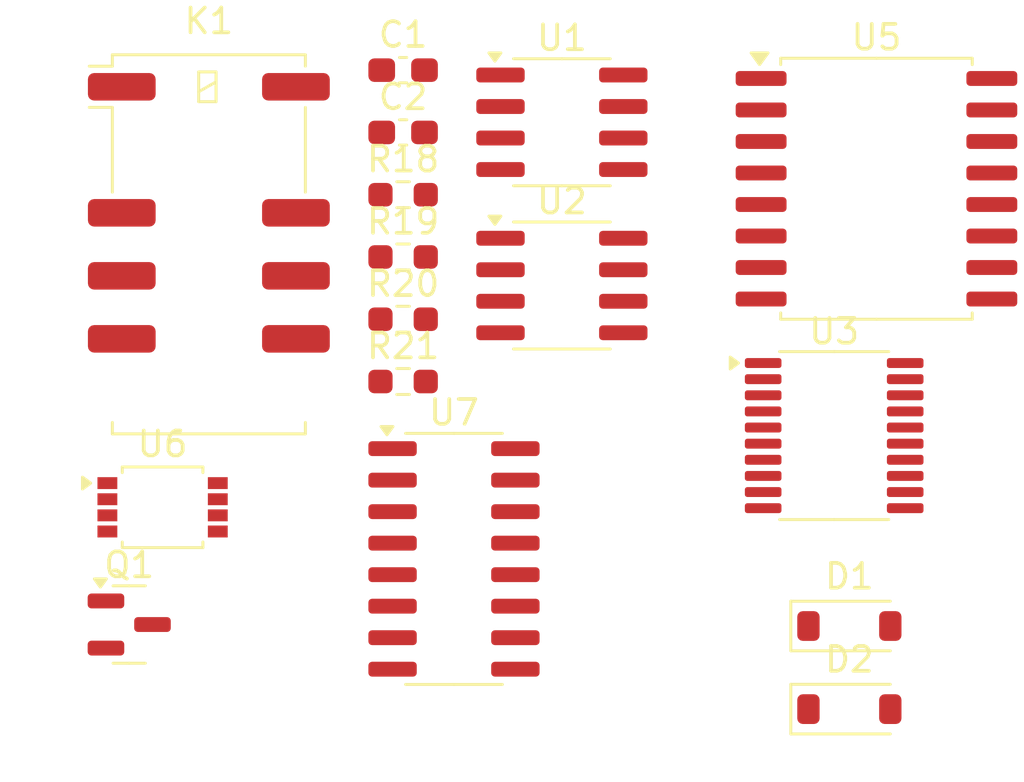
<source format=kicad_pcb>
(kicad_pcb (version 20240108) (generator "pcbnew") (generator_version "8.0")
  (layers (0 "F.Cu" signal) (31 "B.Cu" signal) (34 "B.Paste" user) (35 "F.Paste" user) (36 "B.SilkS" user "B.Silkscreen") (37 "F.SilkS" user "F.Silkscreen") (38 "B.Mask" user) (39 "F.Mask" user) (44 "Edge.Cuts" user))
  (net 0 "")
  (net 1 "Net-(U6A-+)")
  (net 2 "INPUT-")
  (net 3 "Net-(U6B-+)")
  (net 4 "Net-(U6A--)")
  (net 5 "Net-(K1-Pad12)")
  (net 6 "Net-(K1-Pad5)")
  (net 8 "+3.3V")
  (net 9 "Net-(K1-Pad3)")
  (net 10 "Net-(U2A-+)")
  (net 11 "Net-(K1-Pad10)")
  (net 12 "Net-(Q1-D)")
  (net 13 "Net-(Q1-G)")
  (net 14 "Net-(U2A--)")
  (net 15 "1.5V_ref")
  (net 18 "/Digital section/ADC+")
  (net 22 "Net-(U2B-+)")
  (net 23 "+15V")
  (net 24 "-15V")
  (net 26 "Net-(U3-SDO)")
  (net 28 "Net-(U3-SCK)")
  (net 31 "Net-(U3-SDI)")
  (net 33 "/Digital section/3V_ref")
  (net 36 "/Digital section/~{CS}")
  (net 52 "Net-(U6B--)")
  (net 53 "/Digital section/GAIN2")
  (net 55 "Net-(U7-X2)")
  (net 56 "Net-(U7-X3)")
  (net 58 "/Digital section/GAIN0")
  (net 59 "/Digital section/GAIN1")
  (net 60 "Net-(U7-X1)")
  (net 61 "Net-(U7-X4)")
  (net 62 "Net-(U7-X5)")
  (net 63 "Net-(D1-A)")
  (net 64 "Net-(D2-A)")
  (footprint "Package_SO:SOIC-16_3.9x9.9mm_P1.27mm" (layer "F.Cu") (at 122.9125 76.645)
    (property "Reference" "U7" (at 0 -5.9 0) (layer "F.SilkS"))
    (property "Value" "CD4051B")
    (fp_line (start 0 -5.06) (end -1.95 -5.06) (stroke (width 0.12)) (layer "F.SilkS"))
    (fp_line (start 0 -5.06) (end 1.95 -5.06) (stroke (width 0.12)) (layer "F.SilkS"))
    (fp_line (start 0 5.06) (end -1.95 5.06) (stroke (width 0.12)) (layer "F.SilkS"))
    (fp_line (start 0 5.06) (end 1.95 5.06) (stroke (width 0.12)) (layer "F.SilkS"))
    (fp_poly (pts (xy -2.7 -5.005) (xy -2.94 -5.335) (xy -2.46 -5.335) (xy -2.7 -5.005)) (stroke (width 0.12)) (fill solid) (layer "F.SilkS"))
    (pad "1" smd roundrect (at -2.475 -4.445) (size 1.95 0.6) (layers "F.Cu" "F.Paste" "F.Mask") (net 61 "Net-(U7-X4)"))
    (pad "2" smd roundrect (at -2.475 -3.175) (size 1.95 0.6) (layers "F.Cu" "F.Paste" "F.Mask"))
    (pad "3" smd roundrect (at -2.475 -1.905) (size 1.95 0.6) (layers "F.Cu" "F.Paste" "F.Mask") (net 52 "Net-(U6B--)"))
    (pad "4" smd roundrect (at -2.475 -0.635) (size 1.95 0.6) (layers "F.Cu" "F.Paste" "F.Mask"))
    (pad "5" smd roundrect (at -2.475 0.635) (size 1.95 0.6) (layers "F.Cu" "F.Paste" "F.Mask") (net 62 "Net-(U7-X5)"))
    (pad "6" smd roundrect (at -2.475 1.905) (size 1.95 0.6) (layers "F.Cu" "F.Paste" "F.Mask") (net 2 "INPUT-"))
    (pad "7" smd roundrect (at -2.475 3.175) (size 1.95 0.6) (layers "F.Cu" "F.Paste" "F.Mask") (net 2 "INPUT-"))
    (pad "8" smd roundrect (at -2.475 4.445) (size 1.95 0.6) (layers "F.Cu" "F.Paste" "F.Mask") (net 2 "INPUT-"))
    (pad "9" smd roundrect (at 2.475 4.445) (size 1.95 0.6) (layers "F.Cu" "F.Paste" "F.Mask") (net 53 "/Digital section/GAIN2"))
    (pad "10" smd roundrect (at 2.475 3.175) (size 1.95 0.6) (layers "F.Cu" "F.Paste" "F.Mask") (net 59 "/Digital section/GAIN1"))
    (pad "11" smd roundrect (at 2.475 1.905) (size 1.95 0.6) (layers "F.Cu" "F.Paste" "F.Mask") (net 58 "/Digital section/GAIN0"))
    (pad "12" smd roundrect (at 2.475 0.635) (size 1.95 0.6) (layers "F.Cu" "F.Paste" "F.Mask") (net 56 "Net-(U7-X3)"))
    (pad "13" smd roundrect (at 2.475 -0.635) (size 1.95 0.6) (layers "F.Cu" "F.Paste" "F.Mask") (net 33 "/Digital section/3V_ref"))
    (pad "14" smd roundrect (at 2.475 -1.905) (size 1.95 0.6) (layers "F.Cu" "F.Paste" "F.Mask") (net 60 "Net-(U7-X1)"))
    (pad "15" smd roundrect (at 2.475 -3.175) (size 1.95 0.6) (layers "F.Cu" "F.Paste" "F.Mask") (net 55 "Net-(U7-X2)"))
    (pad "16" smd roundrect (at 2.475 -4.445) (size 1.95 0.6) (layers "F.Cu" "F.Paste" "F.Mask") (net 8 "+3.3V"))
  )
  (footprint "Diode_SMD:D_SOD-123" (layer "F.Cu") (at 138.85 79.35)
    (property "Reference" "D1" (at 0 -2 0) (layer "F.SilkS"))
    (property "Value" "1N4148W")
    (fp_line (start -2.36 -1) (end -2.36 1) (stroke (width 0.12)) (layer "F.SilkS"))
    (fp_line (start -2.36 -1) (end 1.65 -1) (stroke (width 0.12)) (layer "F.SilkS"))
    (fp_line (start -2.36 1) (end 1.65 1) (stroke (width 0.12)) (layer "F.SilkS"))
    (pad "1" smd roundrect (at -1.65 0) (size 0.9 1.2) (layers "F.Cu" "F.Paste" "F.Mask") (net 23 "+15V"))
    (pad "2" smd roundrect (at 1.65 0) (size 0.9 1.2) (layers "F.Cu" "F.Paste" "F.Mask") (net 63 "Net-(D1-A)"))
  )
  (footprint "Resistor_SMD:R_0603_1608Metric_Pad0.98x0.95mm_HandSolder" (layer "F.Cu") (at 120.8625 61.965)
    (property "Reference" "R18" (at 0 -1.43 0) (layer "F.SilkS"))
    (property "Value" "8k")
    (fp_line (start -0.254724 -0.5225) (end 0.254724 -0.5225) (stroke (width 0.12)) (layer "F.SilkS"))
    (fp_line (start -0.254724 0.5225) (end 0.254724 0.5225) (stroke (width 0.12)) (layer "F.SilkS"))
    (pad "1" smd roundrect (at -0.9125 0) (size 0.975 0.95) (layers "F.Cu" "F.Paste" "F.Mask") (net 1 "Net-(U6A-+)"))
    (pad "2" smd roundrect (at 0.9125 0) (size 0.975 0.95) (layers "F.Cu" "F.Paste" "F.Mask") (net 14 "Net-(U2A--)"))
  )
  (footprint "Capacitor_SMD:C_0603_1608Metric_Pad1.08x0.95mm_HandSolder" (layer "F.Cu") (at 120.8625 56.945)
    (property "Reference" "C1" (at 0 -1.43 0) (layer "F.SilkS"))
    (property "Value" "100n")
    (fp_line (start -0.146267 -0.51) (end 0.146267 -0.51) (stroke (width 0.12)) (layer "F.SilkS"))
    (fp_line (start -0.146267 0.51) (end 0.146267 0.51) (stroke (width 0.12)) (layer "F.SilkS"))
    (pad "1" smd roundrect (at -0.8625 0) (size 1.075 0.95) (layers "F.Cu" "F.Paste" "F.Mask") (net 2 "INPUT-"))
    (pad "2" smd roundrect (at 0.8625 0) (size 1.075 0.95) (layers "F.Cu" "F.Paste" "F.Mask") (net 1 "Net-(U6A-+)"))
  )
  (footprint "Resistor_SMD:R_0603_1608Metric_Pad0.98x0.95mm_HandSolder" (layer "F.Cu") (at 120.8625 64.475)
    (property "Reference" "R19" (at 0 -1.43 0) (layer "F.SilkS"))
    (property "Value" "8k")
    (fp_line (start -0.254724 -0.5225) (end 0.254724 -0.5225) (stroke (width 0.12)) (layer "F.SilkS"))
    (fp_line (start -0.254724 0.5225) (end 0.254724 0.5225) (stroke (width 0.12)) (layer "F.SilkS"))
    (pad "1" smd roundrect (at -0.9125 0) (size 0.975 0.95) (layers "F.Cu" "F.Paste" "F.Mask") (net 4 "Net-(U6A--)"))
    (pad "2" smd roundrect (at 0.9125 0) (size 0.975 0.95) (layers "F.Cu" "F.Paste" "F.Mask") (net 15 "1.5V_ref"))
  )
  (footprint "Diode_SMD:D_SOD-123" (layer "F.Cu") (at 138.85 82.7)
    (property "Reference" "D2" (at 0 -2 0) (layer "F.SilkS"))
    (property "Value" "1N4148W")
    (fp_line (start -2.36 -1) (end -2.36 1) (stroke (width 0.12)) (layer "F.SilkS"))
    (fp_line (start -2.36 -1) (end 1.65 -1) (stroke (width 0.12)) (layer "F.SilkS"))
    (fp_line (start -2.36 1) (end 1.65 1) (stroke (width 0.12)) (layer "F.SilkS"))
    (pad "1" smd roundrect (at -1.65 0) (size 0.9 1.2) (layers "F.Cu" "F.Paste" "F.Mask") (net 24 "-15V"))
    (pad "2" smd roundrect (at 1.65 0) (size 0.9 1.2) (layers "F.Cu" "F.Paste" "F.Mask") (net 64 "Net-(D2-A)"))
  )
  (footprint "Package_SO:SOIC-8_3.9x4.9mm_P1.27mm" (layer "F.Cu") (at 127.2625 65.625)
    (property "Reference" "U2" (at 0 -3.4 0) (layer "F.SilkS"))
    (property "Value" "TL072")
    (fp_line (start 0 -2.56) (end -1.95 -2.56) (stroke (width 0.12)) (layer "F.SilkS"))
    (fp_line (start 0 -2.56) (end 1.95 -2.56) (stroke (width 0.12)) (layer "F.SilkS"))
    (fp_line (start 0 2.56) (end -1.95 2.56) (stroke (width 0.12)) (layer "F.SilkS"))
    (fp_line (start 0 2.56) (end 1.95 2.56) (stroke (width 0.12)) (layer "F.SilkS"))
    (fp_poly (pts (xy -2.7 -2.465) (xy -2.94 -2.795) (xy -2.46 -2.795) (xy -2.7 -2.465)) (stroke (width 0.12)) (fill solid) (layer "F.SilkS"))
    (pad "1" smd roundrect (at -2.475 -1.905) (size 1.95 0.6) (layers "F.Cu" "F.Paste" "F.Mask") (net 14 "Net-(U2A--)"))
    (pad "2" smd roundrect (at -2.475 -0.635) (size 1.95 0.6) (layers "F.Cu" "F.Paste" "F.Mask") (net 14 "Net-(U2A--)"))
    (pad "3" smd roundrect (at -2.475 0.635) (size 1.95 0.6) (layers "F.Cu" "F.Paste" "F.Mask") (net 10 "Net-(U2A-+)"))
    (pad "4" smd roundrect (at -2.475 1.905) (size 1.95 0.6) (layers "F.Cu" "F.Paste" "F.Mask") (net 24 "-15V"))
    (pad "5" smd roundrect (at 2.475 1.905) (size 1.95 0.6) (layers "F.Cu" "F.Paste" "F.Mask") (net 22 "Net-(U2B-+)"))
    (pad "6" smd roundrect (at 2.475 0.635) (size 1.95 0.6) (layers "F.Cu" "F.Paste" "F.Mask") (net 15 "1.5V_ref"))
    (pad "7" smd roundrect (at 2.475 -0.635) (size 1.95 0.6) (layers "F.Cu" "F.Paste" "F.Mask") (net 15 "1.5V_ref"))
    (pad "8" smd roundrect (at 2.475 -1.905) (size 1.95 0.6) (layers "F.Cu" "F.Paste" "F.Mask") (net 23 "+15V"))
  )
  (footprint "Resistor_SMD:R_0603_1608Metric_Pad0.98x0.95mm_HandSolder" (layer "F.Cu") (at 120.8625 66.985)
    (property "Reference" "R20" (at 0 -1.43 0) (layer "F.SilkS"))
    (property "Value" "1k")
    (fp_line (start -0.254724 -0.5225) (end 0.254724 -0.5225) (stroke (width 0.12)) (layer "F.SilkS"))
    (fp_line (start -0.254724 0.5225) (end 0.254724 0.5225) (stroke (width 0.12)) (layer "F.SilkS"))
    (pad "1" smd roundrect (at -0.9125 0) (size 0.975 0.95) (layers "F.Cu" "F.Paste" "F.Mask") (net 2 "INPUT-"))
    (pad "2" smd roundrect (at 0.9125 0) (size 0.975 0.95) (layers "F.Cu" "F.Paste" "F.Mask") (net 1 "Net-(U6A-+)"))
  )
  (footprint "Package_SO:SOIC-16W_7.5x10.3mm_P1.27mm" (layer "F.Cu") (at 139.9425 61.725)
    (property "Reference" "U5" (at 0 -6.1 0) (layer "F.SilkS"))
    (property "Value" "ISO7762FDW")
    (fp_line (start -3.86 -5.26) (end -3.86 -5.005) (stroke (width 0.12)) (layer "F.SilkS"))
    (fp_line (start -3.86 5.26) (end -3.86 5.005) (stroke (width 0.12)) (layer "F.SilkS"))
    (fp_line (start 0 -5.26) (end -3.86 -5.26) (stroke (width 0.12)) (layer "F.SilkS"))
    (fp_line (start 0 -5.26) (end 3.86 -5.26) (stroke (width 0.12)) (layer "F.SilkS"))
    (fp_line (start 0 5.26) (end -3.86 5.26) (stroke (width 0.12)) (layer "F.SilkS"))
    (fp_line (start 0 5.26) (end 3.86 5.26) (stroke (width 0.12)) (layer "F.SilkS"))
    (fp_line (start 3.86 -5.26) (end 3.86 -5.005) (stroke (width 0.12)) (layer "F.SilkS"))
    (fp_line (start 3.86 5.26) (end 3.86 5.005) (stroke (width 0.12)) (layer "F.SilkS"))
    (fp_poly (pts (xy -4.7125 -5.005) (xy -5.0525 -5.475) (xy -4.3725 -5.475) (xy -4.7125 -5.005)) (stroke (width 0.12)) (fill solid) (layer "F.SilkS"))
    (pad "1" smd roundrect (at -4.65 -4.445) (size 2.05 0.6) (layers "F.Cu" "F.Paste" "F.Mask"))
    (pad "2" smd roundrect (at -4.65 -3.175) (size 2.05 0.6) (layers "F.Cu" "F.Paste" "F.Mask"))
    (pad "3" smd roundrect (at -4.65 -1.905) (size 2.05 0.6) (layers "F.Cu" "F.Paste" "F.Mask"))
    (pad "4" smd roundrect (at -4.65 -0.635) (size 2.05 0.6) (layers "F.Cu" "F.Paste" "F.Mask"))
    (pad "5" smd roundrect (at -4.65 0.635) (size 2.05 0.6) (layers "F.Cu" "F.Paste" "F.Mask"))
    (pad "6" smd roundrect (at -4.65 1.905) (size 2.05 0.6) (layers "F.Cu" "F.Paste" "F.Mask"))
    (pad "7" smd roundrect (at -4.65 3.175) (size 2.05 0.6) (layers "F.Cu" "F.Paste" "F.Mask"))
    (pad "8" smd roundrect (at -4.65 4.445) (size 2.05 0.6) (layers "F.Cu" "F.Paste" "F.Mask"))
    (pad "9" smd roundrect (at 4.65 4.445) (size 2.05 0.6) (layers "F.Cu" "F.Paste" "F.Mask") (net 2 "INPUT-"))
    (pad "10" smd roundrect (at 4.65 3.175) (size 2.05 0.6) (layers "F.Cu" "F.Paste" "F.Mask"))
    (pad "11" smd roundrect (at 4.65 1.905) (size 2.05 0.6) (layers "F.Cu" "F.Paste" "F.Mask"))
    (pad "12" smd roundrect (at 4.65 0.635) (size 2.05 0.6) (layers "F.Cu" "F.Paste" "F.Mask"))
    (pad "13" smd roundrect (at 4.65 -0.635) (size 2.05 0.6) (layers "F.Cu" "F.Paste" "F.Mask"))
    (pad "14" smd roundrect (at 4.65 -1.905) (size 2.05 0.6) (layers "F.Cu" "F.Paste" "F.Mask"))
    (pad "15" smd roundrect (at 4.65 -3.175) (size 2.05 0.6) (layers "F.Cu" "F.Paste" "F.Mask"))
    (pad "16" smd roundrect (at 4.65 -4.445) (size 2.05 0.6) (layers "F.Cu" "F.Paste" "F.Mask") (net 8 "+3.3V"))
  )
  (footprint "Package_TO_SOT_SMD:SOT-23" (layer "F.Cu") (at 109.8225 79.29)
    (property "Reference" "Q1" (at 0 -2.4 0) (layer "F.SilkS"))
    (property "Value" "2N7002")
    (fp_line (start 0 -1.56) (end -0.65 -1.56) (stroke (width 0.12)) (layer "F.SilkS"))
    (fp_line (start 0 -1.56) (end 0.65 -1.56) (stroke (width 0.12)) (layer "F.SilkS"))
    (fp_line (start 0 1.56) (end -0.65 1.56) (stroke (width 0.12)) (layer "F.SilkS"))
    (fp_line (start 0 1.56) (end 0.65 1.56) (stroke (width 0.12)) (layer "F.SilkS"))
    (fp_poly (pts (xy -1.1625 -1.51) (xy -1.4025 -1.84) (xy -0.9225 -1.84) (xy -1.1625 -1.51)) (stroke (width 0.12)) (fill solid) (layer "F.SilkS"))
    (pad "1" smd roundrect (at -0.9375 -0.95) (size 1.475 0.6) (layers "F.Cu" "F.Paste" "F.Mask") (net 13 "Net-(Q1-G)"))
    (pad "2" smd roundrect (at -0.9375 0.95) (size 1.475 0.6) (layers "F.Cu" "F.Paste" "F.Mask") (net 2 "INPUT-"))
    (pad "3" smd roundrect (at 0.9375 0) (size 1.475 0.6) (layers "F.Cu" "F.Paste" "F.Mask") (net 12 "Net-(Q1-D)"))
  )
  (footprint "Capacitor_SMD:C_0603_1608Metric_Pad1.08x0.95mm_HandSolder" (layer "F.Cu") (at 120.8625 59.455)
    (property "Reference" "C2" (at 0 -1.43 0) (layer "F.SilkS"))
    (property "Value" "100n")
    (fp_line (start -0.146267 -0.51) (end 0.146267 -0.51) (stroke (width 0.12)) (layer "F.SilkS"))
    (fp_line (start -0.146267 0.51) (end 0.146267 0.51) (stroke (width 0.12)) (layer "F.SilkS"))
    (pad "1" smd roundrect (at -0.8625 0) (size 1.075 0.95) (layers "F.Cu" "F.Paste" "F.Mask") (net 4 "Net-(U6A--)"))
    (pad "2" smd roundrect (at 0.8625 0) (size 1.075 0.95) (layers "F.Cu" "F.Paste" "F.Mask") (net 3 "Net-(U6B-+)"))
  )
  (footprint "Package_SO:TSSOP-20_4.4x6.5mm_P0.65mm" (layer "F.Cu") (at 138.2375 71.675)
    (property "Reference" "U3" (at 0 -4.2 0) (layer "F.SilkS"))
    (property "Value" "MCP3561RT-E_ST")
    (fp_line (start 0 -3.385) (end -2.2 -3.385) (stroke (width 0.12)) (layer "F.SilkS"))
    (fp_line (start 0 -3.385) (end 2.2 -3.385) (stroke (width 0.12)) (layer "F.SilkS"))
    (fp_line (start 0 3.385) (end -2.2 3.385) (stroke (width 0.12)) (layer "F.SilkS"))
    (fp_line (start 0 3.385) (end 2.2 3.385) (stroke (width 0.12)) (layer "F.SilkS"))
    (fp_poly (pts (xy -3.86 -2.925) (xy -4.19 -3.165) (xy -4.19 -2.685) (xy -3.86 -2.925)) (stroke (width 0.12)) (fill solid) (layer "F.SilkS"))
    (pad "1" smd roundrect (at -2.8625 -2.925) (size 1.475 0.4) (layers "F.Cu" "F.Paste" "F.Mask") (net 8 "+3.3V"))
    (pad "2" smd roundrect (at -2.8625 -2.275) (size 1.475 0.4) (layers "F.Cu" "F.Paste" "F.Mask") (net 2 "INPUT-"))
    (pad "3" smd roundrect (at -2.8625 -1.625) (size 1.475 0.4) (layers "F.Cu" "F.Paste" "F.Mask") (net 2 "INPUT-"))
    (pad "4" smd roundrect (at -2.8625 -0.975) (size 1.475 0.4) (layers "F.Cu" "F.Paste" "F.Mask") (net 33 "/Digital section/3V_ref"))
    (pad "5" smd roundrect (at -2.8625 -0.325) (size 1.475 0.4) (layers "F.Cu" "F.Paste" "F.Mask") (net 18 "/Digital section/ADC+"))
    (pad "6" smd roundrect (at -2.8625 0.325) (size 1.475 0.4) (layers "F.Cu" "F.Paste" "F.Mask") (net 2 "INPUT-"))
    (pad "7" smd roundrect (at -2.8625 0.975) (size 1.475 0.4) (layers "F.Cu" "F.Paste" "F.Mask"))
    (pad "8" smd roundrect (at -2.8625 1.625) (size 1.475 0.4) (layers "F.Cu" "F.Paste" "F.Mask"))
    (pad "9" smd roundrect (at -2.8625 2.275) (size 1.475 0.4) (layers "F.Cu" "F.Paste" "F.Mask"))
    (pad "10" smd roundrect (at -2.8625 2.925) (size 1.475 0.4) (layers "F.Cu" "F.Paste" "F.Mask"))
    (pad "11" smd roundrect (at 2.8625 2.925) (size 1.475 0.4) (layers "F.Cu" "F.Paste" "F.Mask"))
    (pad "12" smd roundrect (at 2.8625 2.275) (size 1.475 0.4) (layers "F.Cu" "F.Paste" "F.Mask"))
    (pad "13" smd roundrect (at 2.8625 1.625) (size 1.475 0.4) (layers "F.Cu" "F.Paste" "F.Mask") (net 36 "/Digital section/~{CS}"))
    (pad "14" smd roundrect (at 2.8625 0.975) (size 1.475 0.4) (layers "F.Cu" "F.Paste" "F.Mask") (net 28 "Net-(U3-SCK)"))
    (pad "15" smd roundrect (at 2.8625 0.325) (size 1.475 0.4) (layers "F.Cu" "F.Paste" "F.Mask") (net 31 "Net-(U3-SDI)"))
    (pad "16" smd roundrect (at 2.8625 -0.325) (size 1.475 0.4) (layers "F.Cu" "F.Paste" "F.Mask") (net 26 "Net-(U3-SDO)"))
    (pad "17" smd roundrect (at 2.8625 -0.975) (size 1.475 0.4) (layers "F.Cu" "F.Paste" "F.Mask"))
    (pad "18" smd roundrect (at 2.8625 -1.625) (size 1.475 0.4) (layers "F.Cu" "F.Paste" "F.Mask"))
    (pad "19" smd roundrect (at 2.8625 -2.275) (size 1.475 0.4) (layers "F.Cu" "F.Paste" "F.Mask") (net 2 "INPUT-"))
    (pad "20" smd roundrect (at 2.8625 -2.925) (size 1.475 0.4) (layers "F.Cu" "F.Paste" "F.Mask") (net 8 "+3.3V"))
  )
  (footprint "Resistor_SMD:R_0603_1608Metric_Pad0.98x0.95mm_HandSolder" (layer "F.Cu") (at 120.8625 69.495)
    (property "Reference" "R21" (at 0 -1.43 0) (layer "F.SilkS"))
    (property "Value" "1k")
    (fp_line (start -0.254724 -0.5225) (end 0.254724 -0.5225) (stroke (width 0.12)) (layer "F.SilkS"))
    (fp_line (start -0.254724 0.5225) (end 0.254724 0.5225) (stroke (width 0.12)) (layer "F.SilkS"))
    (pad "1" smd roundrect (at -0.9125 0) (size 0.975 0.95) (layers "F.Cu" "F.Paste" "F.Mask") (net 3 "Net-(U6B-+)"))
    (pad "2" smd roundrect (at 0.9125 0) (size 0.975 0.95) (layers "F.Cu" "F.Paste" "F.Mask") (net 4 "Net-(U6A--)"))
  )
  (footprint "Package_SO:OnSemi_Micro8" (layer "F.Cu") (at 111.1675 74.565)
    (property "Reference" "U6" (at 0 -2.55 0) (layer "F.SilkS"))
    (property "Value" "NCS21802DMR2G")
    (fp_line (start -1.625 -1.625) (end 1.625 -1.625) (stroke (width 0.12)) (layer "F.SilkS"))
    (fp_line (start -1.625 -1.4) (end -1.625 -1.625) (stroke (width 0.12)) (layer "F.SilkS"))
    (fp_line (start -1.625 1.625) (end -1.625 1.4) (stroke (width 0.12)) (layer "F.SilkS"))
    (fp_line (start -1.625 1.625) (end 1.625 1.625) (stroke (width 0.12)) (layer "F.SilkS"))
    (fp_line (start 1.625 -1.625) (end 1.625 -1.4) (stroke (width 0.12)) (layer "F.SilkS"))
    (fp_line (start 1.625 1.625) (end 1.625 1.4) (stroke (width 0.12)) (layer "F.SilkS"))
    (fp_poly (pts (xy -2.9 -0.975) (xy -3.23 -1.215) (xy -3.23 -0.735) (xy -2.9 -0.975)) (stroke (width 0.12)) (fill solid) (layer "F.SilkS"))
    (pad "1" smd rect (at -2.225 -0.975) (size 0.8 0.48) (layers "F.Cu" "F.Paste" "F.Mask") (net 3 "Net-(U6B-+)"))
    (pad "2" smd rect (at -2.225 -0.325) (size 0.8 0.48) (layers "F.Cu" "F.Paste" "F.Mask") (net 4 "Net-(U6A--)"))
    (pad "3" smd rect (at -2.225 0.325) (size 0.8 0.48) (layers "F.Cu" "F.Paste" "F.Mask") (net 1 "Net-(U6A-+)"))
    (pad "4" smd rect (at -2.225 0.975) (size 0.8 0.48) (layers "F.Cu" "F.Paste" "F.Mask") (net 2 "INPUT-"))
    (pad "5" smd rect (at 2.225 0.975) (size 0.8 0.48) (layers "F.Cu" "F.Paste" "F.Mask") (net 3 "Net-(U6B-+)"))
    (pad "6" smd rect (at 2.225 0.325) (size 0.8 0.48) (layers "F.Cu" "F.Paste" "F.Mask") (net 52 "Net-(U6B--)"))
    (pad "7" smd rect (at 2.225 -0.325) (size 0.8 0.48) (layers "F.Cu" "F.Paste" "F.Mask") (net 33 "/Digital section/3V_ref"))
    (pad "8" smd rect (at 2.225 -0.975) (size 0.8 0.48) (layers "F.Cu" "F.Paste" "F.Mask") (net 8 "+3.3V"))
  )
  (footprint "Relay_SMD:Relay_DPDT_Kemet_EE2_NUX_NKX" (layer "F.Cu") (at 113.0325 63.965)
    (property "Reference" "K1" (at 0 -9 180) (layer "F.SilkS"))
    (property "Value" "EE2-3NUX")
    (fp_line (start -3.89 -7.64) (end -3.89 -7.18) (stroke (width 0.12)) (layer "F.SilkS"))
    (fp_line (start -3.89 -7.18) (end -4.82 -7.18) (stroke (width 0.12)) (layer "F.SilkS"))
    (fp_line (start -3.89 -5.52) (end -4.82 -5.52) (stroke (width 0.12)) (layer "F.SilkS"))
    (fp_line (start -3.89 -5.52) (end -3.89 -2.1) (stroke (width 0.12)) (layer "F.SilkS"))
    (fp_line (start -3.89 7.18) (end -3.89 7.64) (stroke (width 0.12)) (layer "F.SilkS"))
    (fp_line (start -0.41 -6.95) (end -0.41 -5.75) (stroke (width 0.12)) (layer "F.SilkS"))
    (fp_line (start -0.41 -6.15) (end 0.29 -6.55) (stroke (width 0.12)) (layer "F.SilkS"))
    (fp_line (start -0.41 -5.75) (end 0.29 -5.75) (stroke (width 0.12)) (layer "F.SilkS"))
    (fp_line (start 0.29 -6.95) (end -0.41 -6.95) (stroke (width 0.12)) (layer "F.SilkS"))
    (fp_line (start 0.29 -5.75) (end 0.29 -6.95) (stroke (width 0.12)) (layer "F.SilkS"))
    (fp_line (start 3.89 -7.64) (end -3.89 -7.64) (stroke (width 0.12)) (layer "F.SilkS"))
    (fp_line (start 3.89 -7.64) (end 3.89 -7.18) (stroke (width 0.12)) (layer "F.SilkS"))
    (fp_line (start 3.89 -5.52) (end 3.89 -2.1) (stroke (width 0.12)) (layer "F.SilkS"))
    (fp_line (start 3.89 7.18) (end 3.89 7.64) (stroke (width 0.12)) (layer "F.SilkS"))
    (fp_line (start 3.89 7.64) (end -3.89 7.64) (stroke (width 0.12)) (layer "F.SilkS"))
    (pad "1" smd roundrect (at -3.51 -6.35 270) (size 1.11 2.73) (layers "F.Cu" "F.Paste" "F.Mask") (roundrect_rratio 0.225) (net 8 "+3.3V"))
    (pad "3" smd roundrect (at -3.51 -1.27 270) (size 1.11 2.73) (layers "F.Cu" "F.Paste" "F.Mask") (roundrect_rratio 0.225) (net 9 "Net-(K1-Pad3)"))
    (pad "4" smd roundrect (at -3.51 1.27 270) (size 1.11 2.73) (layers "F.Cu" "F.Paste" "F.Mask") (roundrect_rratio 0.225) (net 10 "Net-(U2A-+)"))
    (pad "5" smd roundrect (at -3.51 3.81 270) (size 1.11 2.73) (layers "F.Cu" "F.Paste" "F.Mask") (roundrect_rratio 0.225) (net 6 "Net-(K1-Pad5)"))
    (pad "8" smd roundrect (at 3.51 3.81 270) (size 1.11 2.73) (layers "F.Cu" "F.Paste" "F.Mask") (roundrect_rratio 0.225))
    (pad "9" smd roundrect (at 3.51 1.27 270) (size 1.11 2.73) (layers "F.Cu" "F.Paste" "F.Mask") (roundrect_rratio 0.225) (net 10 "Net-(U2A-+)"))
    (pad "10" smd roundrect (at 3.51 -1.27 270) (size 1.11 2.73) (layers "F.Cu" "F.Paste" "F.Mask") (roundrect_rratio 0.225) (net 11 "Net-(K1-Pad10)"))
    (pad "12" smd roundrect (at 3.51 -6.35 270) (size 1.11 2.73) (layers "F.Cu" "F.Paste" "F.Mask") (roundrect_rratio 0.225) (net 5 "Net-(K1-Pad12)"))
  )
  (footprint "Package_SO:SOIC-8_3.9x4.9mm_P1.27mm" (layer "F.Cu") (at 127.2625 59.045)
    (property "Reference" "U1" (at 0 -3.4 0) (layer "F.SilkS"))
    (property "Value" "REF5030AD")
    (fp_line (start 0 -2.56) (end -1.95 -2.56) (stroke (width 0.12)) (layer "F.SilkS"))
    (fp_line (start 0 -2.56) (end 1.95 -2.56) (stroke (width 0.12)) (layer "F.SilkS"))
    (fp_line (start 0 2.56) (end -1.95 2.56) (stroke (width 0.12)) (layer "F.SilkS"))
    (fp_line (start 0 2.56) (end 1.95 2.56) (stroke (width 0.12)) (layer "F.SilkS"))
    (fp_poly (pts (xy -2.7 -2.465) (xy -2.94 -2.795) (xy -2.46 -2.795) (xy -2.7 -2.465)) (stroke (width 0.12)) (fill solid) (layer "F.SilkS"))
    (pad "1" smd roundrect (at -2.475 -1.905) (size 1.95 0.6) (layers "F.Cu" "F.Paste" "F.Mask"))
    (pad "2" smd roundrect (at -2.475 -0.635) (size 1.95 0.6) (layers "F.Cu" "F.Paste" "F.Mask") (net 8 "+3.3V"))
    (pad "3" smd roundrect (at -2.475 0.635) (size 1.95 0.6) (layers "F.Cu" "F.Paste" "F.Mask"))
    (pad "4" smd roundrect (at -2.475 1.905) (size 1.95 0.6) (layers "F.Cu" "F.Paste" "F.Mask") (net 2 "INPUT-"))
    (pad "5" smd roundrect (at 2.475 1.905) (size 1.95 0.6) (layers "F.Cu" "F.Paste" "F.Mask"))
    (pad "6" smd roundrect (at 2.475 0.635) (size 1.95 0.6) (layers "F.Cu" "F.Paste" "F.Mask") (net 18 "/Digital section/ADC+"))
    (pad "7" smd roundrect (at 2.475 -0.635) (size 1.95 0.6) (layers "F.Cu" "F.Paste" "F.Mask"))
    (pad "8" smd roundrect (at 2.475 -1.905) (size 1.95 0.6) (layers "F.Cu" "F.Paste" "F.Mask"))
  )
)
</source>
